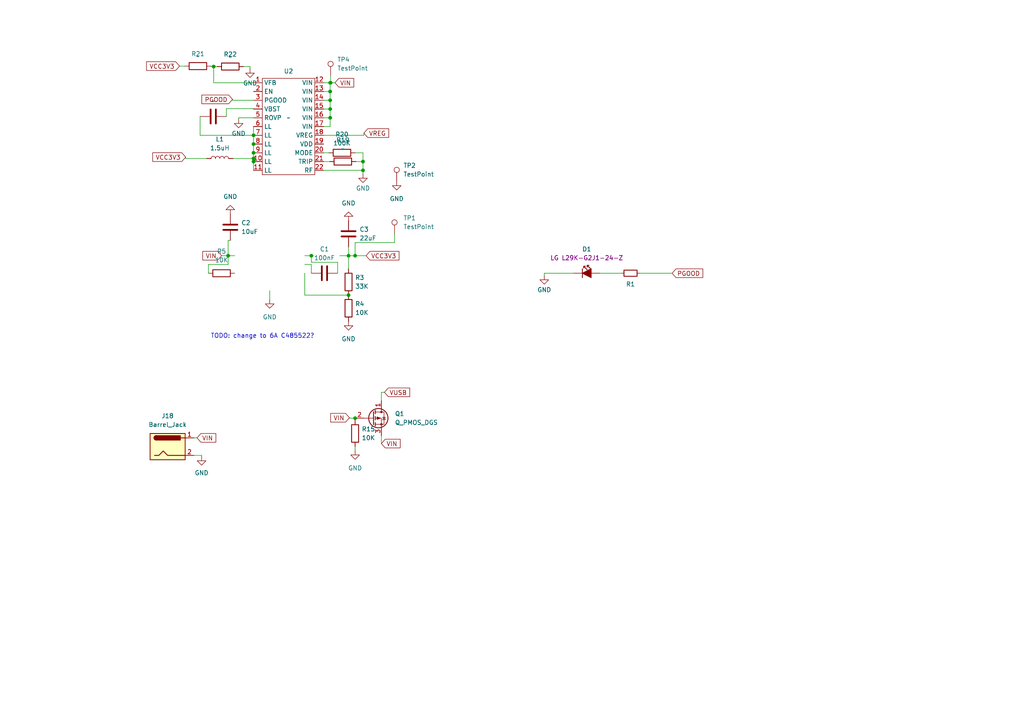
<source format=kicad_sch>
(kicad_sch (version 20230121) (generator eeschema)
  (paper "A4")
  (lib_symbols
    (symbol "Connector:Barrel_Jack" (pin_names (offset 1.016))
      (property "Reference" "J" (at 0 5.334 0))
      (property "Value" "Barrel_Jack" (at 0 -5.08 0))
      (symbol "Barrel_Jack_0_1"
        (rectangle (start -5.08 3.81) (end 5.08 -3.81) (stroke (width 0.254)) (fill (type background)))
        (arc (start -3.302 3.175) (mid -3.9343 2.54) (end -3.302 1.905) (stroke (width 0.254)))
        (arc (start -3.302 3.175) (mid -3.9343 2.54) (end -3.302 1.905) (stroke (width 0.254)) (fill (type outline)))
        (polyline (pts (xy 5.08 2.54) (xy 3.81 2.54)) (stroke (width 0.254)))
        (polyline (pts (xy -3.81 -2.54) (xy -2.54 -2.54) (xy -1.27 -1.27) (xy 0 -2.54) (xy 2.54 -2.54) (xy 5.08 -2.54)) (stroke (width 0.254)))
        (rectangle (start 3.683 3.175) (end -3.302 1.905) (stroke (width 0.254)) (fill (type outline)))
      )
      (symbol "Barrel_Jack_1_1"
        (pin passive line (at 7.62 2.54 180) (length 2.54) (name "~") (number "1"))
        (pin passive line (at 7.62 -2.54 180) (length 2.54) (name "~") (number "2"))
      )
    )
    (symbol "Connector:TestPoint" (pin_numbers hide) (pin_names (offset 0.762) hide)
      (property "Reference" "TP" (at 0 6.858 0))
      (property "Value" "TestPoint" (at 0 5.08 0))
      (symbol "TestPoint_0_1"
        (circle (center 0 3.302) (radius 0.762))
      )
      (symbol "TestPoint_1_1"
        (pin passive line (at 0 0 90) (length 2.54) (name "1") (number "1"))
      )
    )
    (symbol "Device:C" (pin_numbers hide) (pin_names (offset 0.254))
      (property "Reference" "C" (at 0.635 2.54 0))
      (property "Value" "C" (at 0.635 -2.54 0))
      (symbol "C_0_1"
        (polyline (pts (xy -2.032 -0.762) (xy 2.032 -0.762)) (stroke (width 0.508)))
        (polyline (pts (xy -2.032 0.762) (xy 2.032 0.762)) (stroke (width 0.508)))
      )
      (symbol "C_1_1"
        (pin passive line (at 0 3.81 270) (length 2.794) (name "~") (number "1"))
        (pin passive line (at 0 -3.81 90) (length 2.794) (name "~") (number "2"))
      )
    )
    (symbol "Device:L" (pin_numbers hide) (pin_names (offset 1.016) hide)
      (property "Reference" "L" (at -1.27 0 90))
      (property "Value" "L" (at 1.905 0 90))
      (symbol "L_0_1"
        (arc (start 0 -2.54) (mid 0.6323 -1.905) (end 0 -1.27))
        (arc (start 0 -1.27) (mid 0.6323 -0.635) (end 0 0))
        (arc (start 0 0) (mid 0.6323 0.635) (end 0 1.27))
        (arc (start 0 1.27) (mid 0.6323 1.905) (end 0 2.54))
      )
      (symbol "L_1_1"
        (pin passive line (at 0 3.81 270) (length 1.27) (name "1") (number "1"))
        (pin passive line (at 0 -3.81 90) (length 1.27) (name "2") (number "2"))
      )
    )
    (symbol "Device:Q_PMOS_DGS" (pin_names (offset 0) hide)
      (property "Reference" "Q" (at 5.08 1.27 0))
      (property "Value" "Q_PMOS_DGS" (at 5.08 -1.27 0))
      (symbol "Q_PMOS_DGS_0_1"
        (polyline (pts (xy 0.254 0) (xy -2.54 0)))
        (polyline (pts (xy 0.254 1.905) (xy 0.254 -1.905)) (stroke (width 0.254)))
        (polyline (pts (xy 0.762 -1.27) (xy 0.762 -2.286)) (stroke (width 0.254)))
        (polyline (pts (xy 0.762 0.508) (xy 0.762 -0.508)) (stroke (width 0.254)))
        (polyline (pts (xy 0.762 2.286) (xy 0.762 1.27)) (stroke (width 0.254)))
        (polyline (pts (xy 2.54 2.54) (xy 2.54 1.778)))
        (polyline (pts (xy 2.54 -2.54) (xy 2.54 0) (xy 0.762 0)))
        (polyline (pts (xy 0.762 1.778) (xy 3.302 1.778) (xy 3.302 -1.778) (xy 0.762 -1.778)))
        (polyline (pts (xy 2.286 0) (xy 1.27 0.381) (xy 1.27 -0.381) (xy 2.286 0)) (fill (type outline)))
        (polyline (pts (xy 2.794 -0.508) (xy 2.921 -0.381) (xy 3.683 -0.381) (xy 3.81 -0.254)))
        (polyline (pts (xy 3.302 -0.381) (xy 2.921 0.254) (xy 3.683 0.254) (xy 3.302 -0.381)))
        (circle (center 1.651 0) (radius 2.794) (stroke (width 0.254)))
        (circle (center 2.54 -1.778) (radius 0.254) (fill (type outline)))
        (circle (center 2.54 1.778) (radius 0.254) (fill (type outline)))
      )
      (symbol "Q_PMOS_DGS_1_1"
        (pin passive line (at 2.54 5.08 270) (length 2.54) (name "D") (number "1"))
        (pin input line (at -5.08 0 0) (length 2.54) (name "G") (number "2"))
        (pin passive line (at 2.54 -5.08 90) (length 2.54) (name "S") (number "3"))
      )
    )
    (symbol "Device:R" (pin_numbers hide) (pin_names (offset 0))
      (property "Reference" "R" (at 2.032 0 90))
      (property "Value" "R" (at 0 0 90))
      (symbol "R_0_1"
        (rectangle (start -1.016 -2.54) (end 1.016 2.54) (stroke (width 0.254)))
      )
      (symbol "R_1_1"
        (pin passive line (at 0 3.81 270) (length 1.27) (name "~") (number "1"))
        (pin passive line (at 0 -3.81 90) (length 1.27) (name "~") (number "2"))
      )
    )
    (symbol "LED_G_0603_LG_L29K-G2J1-24-Z_3" (pin_numbers hide) (pin_names hide)
      (property "Reference" "D" (at 22.86 -5.08 0))
      (property "Value" "LED_G_0603_LG_L29K-G2J1-24-Z_3" (at 22.86 -7.62 0))
      (symbol "LED_G_0603_LG_L29K-G2J1-24-Z_3_1_1"
        (polyline (pts (xy 5.08 1.27) (xy 5.08 -1.27)) (stroke (width 0.254)))
        (polyline (pts (xy 2.54 1.27) (xy 2.54 -1.27) (xy 5.08 0) (xy 2.54 1.27)) (stroke (width 0.254)) (fill (type outline)))
        (polyline (pts (xy 3.683 2.286) (xy 3.683 1.778) (xy 3.683 2.286) (xy 3.175 2.286) (xy 3.683 2.286) (xy 2.794 1.397)) (stroke (width 0.254)))
        (polyline (pts (xy 4.699 2.032) (xy 4.699 1.524) (xy 4.699 2.032) (xy 4.191 2.032) (xy 4.699 2.032) (xy 3.683 1.016)) (stroke (width 0.254)))
        (pin passive line (at 0 0 0) (length 2.54) (name "~") (number "1"))
        (pin passive line (at 7.62 0 180) (length 2.54) (name "2") (number "2"))
      )
    )
    (symbol "R_1k_0402_3" (pin_numbers hide) (pin_names hide)
      (property "Reference" "R" (at 20.32 -5.08 0))
      (property "Val" "1k" (at 20.32 -7.62 0))
      (symbol "R_1k_0402_3_0_1"
        (rectangle (start 0.635 0.889) (end 4.445 -0.889) (stroke (width 0.254)))
      )
      (symbol "R_1k_0402_3_1_1"
        (pin passive line (at 0 0 0) (length 0.635) (name "~") (number "1"))
        (pin passive line (at 5.08 0 180) (length 0.635) (name "~") (number "2"))
      )
    )
    (symbol "nf_dock:TPS5331x"
      (property "Reference" "U" (at 0 0 0))
      (symbol "TPS5331x_0_1"
        (rectangle (start -7.62 11.43) (end 7.62 -16.51))
      )
      (symbol "TPS5331x_1_1"
        (pin input line (at -10.16 10.16 0) (length 2.54) (name "VFB") (number "1"))
        (pin input line (at -10.16 -12.7 0) (length 2.54) (name "LL") (number "10"))
        (pin input line (at -10.16 -15.24 0) (length 2.54) (name "LL") (number "11"))
        (pin input line (at 10.16 10.16 180) (length 2.54) (name "VIN") (number "12"))
        (pin input line (at 10.16 7.62 180) (length 2.54) (name "VIN") (number "13"))
        (pin input line (at 10.16 5.08 180) (length 2.54) (name "VIN") (number "14"))
        (pin input line (at 10.16 2.54 180) (length 2.54) (name "VIN") (number "15"))
        (pin input line (at 10.16 0 180) (length 2.54) (name "VIN") (number "16"))
        (pin input line (at 10.16 -2.54 180) (length 2.54) (name "VIN") (number "17"))
        (pin input line (at 10.16 -5.08 180) (length 2.54) (name "VREG") (number "18"))
        (pin input line (at 10.16 -7.62 180) (length 2.54) (name "VDD") (number "19"))
        (pin input line (at -10.16 7.62 0) (length 2.54) (name "EN") (number "2"))
        (pin input line (at 10.16 -10.16 180) (length 2.54) (name "MODE") (number "20"))
        (pin input line (at 10.16 -12.7 180) (length 2.54) (name "TRIP") (number "21"))
        (pin input line (at 10.16 -15.24 180) (length 2.54) (name "RF") (number "22"))
        (pin input line (at -10.16 5.08 0) (length 2.54) (name "PGOOD") (number "3"))
        (pin input line (at -10.16 2.54 0) (length 2.54) (name "VBST") (number "4"))
        (pin input line (at -10.16 0 0) (length 2.54) (name "ROVP") (number "5"))
        (pin input line (at -10.16 -2.54 0) (length 2.54) (name "LL") (number "6"))
        (pin input line (at -10.16 -5.08 0) (length 2.54) (name "LL") (number "7"))
        (pin input line (at -10.16 -7.62 0) (length 2.54) (name "LL") (number "8"))
        (pin input line (at -10.16 -10.16 0) (length 2.54) (name "LL") (number "9"))
      )
    )
    (symbol "power:GND" (power) (pin_names (offset 0))
      (property "Value" "GND" (at 0 -3.81 0))
      (symbol "GND_0_1"
        (polyline (pts (xy 0 0) (xy 0 -1.27) (xy 1.27 -1.27) (xy 0 -2.54) (xy -1.27 -1.27) (xy 0 -1.27)))
      )
      (symbol "GND_1_1"
        (pin power_in line (at 0 0 270) (length 0) hide (name "GND") (number "1"))
      )
    )
  )
  (junction (at 105.283 49.403))
  (junction (at 61.976 19.304))
  (junction (at 95.758 34.163))
  (junction (at 101.092 85.598))
  (junction (at 73.533 44.323))
  (junction (at 73.533 41.783))
  (junction (at 102.997 74.168))
  (junction (at 102.997 121.285))
  (junction (at 73.533 46.863))
  (junction (at 101.092 74.168))
  (junction (at 95.758 31.623))
  (junction (at 90.297 74.168))
  (junction (at 95.758 29.083))
  (junction (at 105.283 46.863))
  (junction (at 95.758 24.003))
  (junction (at 95.758 26.543))
  (junction (at 66.167 74.168))
  (junction (at 95.885 24.003))
  (junction (at 73.533 45.974))
  (junction (at 73.533 39.243))
  (wire (pts (xy 101.346 121.285) (xy 101.346 121.158)))
  (wire (pts (xy 93.853 24.003) (xy 95.758 24.003)))
  (wire (pts (xy 78.232 84.328) (xy 78.232 86.868)))
  (wire (pts (xy 88.392 76.708) (xy 90.297 76.708)))
  (wire (pts (xy 114.427 70.358) (xy 114.427 67.818)))
  (wire (pts (xy 102.997 44.323) (xy 105.283 44.323)))
  (wire (pts (xy 58.039 39.243) (xy 73.533 39.243)))
  (wire (pts (xy 59.944 45.974) (xy 53.848 45.974)))
  (wire (pts (xy 102.997 74.168) (xy 106.172 74.168)))
  (wire (pts (xy 93.853 26.543) (xy 95.758 26.543)))
  (wire (pts (xy 95.758 31.623) (xy 95.758 34.163)))
  (wire (pts (xy 110.617 113.792) (xy 110.617 116.205)))
  (wire (pts (xy 58.4708 132.08) (xy 58.4708 132.3848)))
  (wire (pts (xy 102.997 70.358) (xy 114.427 70.358)))
  (wire (pts (xy 95.758 36.703) (xy 93.853 36.703)))
  (wire (pts (xy 102.997 74.168) (xy 102.997 70.358)))
  (wire (pts (xy 105.283 49.403) (xy 105.283 50.419)))
  (wire (pts (xy 73.533 45.974) (xy 73.533 44.323)))
  (wire (pts (xy 73.533 39.243) (xy 73.533 41.783)))
  (wire (pts (xy 73.533 46.863) (xy 73.533 49.403)))
  (wire (pts (xy 88.392 85.598) (xy 88.392 79.248)))
  (wire (pts (xy 180.34 79.248) (xy 173.99 79.248)))
  (wire (pts (xy 93.853 31.623) (xy 95.758 31.623)))
  (wire (pts (xy 101.092 74.168) (xy 102.997 74.168)))
  (wire (pts (xy 73.533 41.783) (xy 73.533 44.323)))
  (wire (pts (xy 70.612 19.304) (xy 72.517 19.304)))
  (wire (pts (xy 98.552 74.168) (xy 101.092 74.168)))
  (wire (pts (xy 90.297 74.168) (xy 90.297 76.073)))
  (wire (pts (xy 101.092 74.168) (xy 101.092 77.978)))
  (wire (pts (xy 93.853 29.083) (xy 95.758 29.083)))
  (wire (pts (xy 56.2356 132.08) (xy 58.4708 132.08)))
  (wire (pts (xy 93.853 34.163) (xy 95.758 34.163)))
  (wire (pts (xy 95.885 21.844) (xy 95.885 24.003)))
  (wire (pts (xy 101.092 71.628) (xy 101.092 74.168)))
  (wire (pts (xy 157.861 79.248) (xy 157.861 79.883)))
  (wire (pts (xy 53.848 45.974) (xy 53.848 45.5676)))
  (wire (pts (xy 65.659 31.496) (xy 65.659 33.782)))
  (wire (pts (xy 73.533 36.703) (xy 73.533 39.243)))
  (wire (pts (xy 185.42 79.248) (xy 194.945 79.248)))
  (wire (pts (xy 111.506 113.792) (xy 110.617 113.792)))
  (wire (pts (xy 67.564 45.974) (xy 73.533 45.974)))
  (wire (pts (xy 66.167 69.723) (xy 66.802 69.723)))
  (wire (pts (xy 95.758 29.083) (xy 95.758 31.623)))
  (wire (pts (xy 62.992 19.304) (xy 61.976 19.304)))
  (wire (pts (xy 90.297 76.073) (xy 97.917 76.073)))
  (wire (pts (xy 72.517 19.304) (xy 72.517 19.939)))
  (wire (pts (xy 95.758 26.543) (xy 95.758 29.083)))
  (wire (pts (xy 93.853 44.323) (xy 95.377 44.323)))
  (wire (pts (xy 95.758 24.003) (xy 95.758 26.543)))
  (wire (pts (xy 90.297 74.168) (xy 90.932 74.168)))
  (wire (pts (xy 73.533 29.083) (xy 67.437 29.083)))
  (wire (pts (xy 65.659 31.496) (xy 73.533 31.496)))
  (wire (pts (xy 64.262 74.168) (xy 66.167 74.168)))
  (wire (pts (xy 103.251 46.863) (xy 105.283 46.863)))
  (wire (pts (xy 66.167 74.168) (xy 68.072 74.168)))
  (wire (pts (xy 67.437 29.083) (xy 67.437 28.829)))
  (wire (pts (xy 90.297 76.708) (xy 90.297 79.248)))
  (wire (pts (xy 69.215 34.163) (xy 69.215 34.544)))
  (wire (pts (xy 56.2356 127) (xy 57.15 127)))
  (wire (pts (xy 66.167 69.723) (xy 66.167 74.168)))
  (wire (pts (xy 102.997 129.54) (xy 102.997 130.683)))
  (wire (pts (xy 52.07 19.177) (xy 53.594 19.177)))
  (wire (pts (xy 101.092 85.598) (xy 88.392 85.598)))
  (wire (pts (xy 66.167 76.708) (xy 66.167 74.168)))
  (wire (pts (xy 61.976 19.304) (xy 61.214 19.304)))
  (wire (pts (xy 93.853 49.403) (xy 105.283 49.403)))
  (wire (pts (xy 102.997 121.285) (xy 101.346 121.285)))
  (wire (pts (xy 105.283 44.323) (xy 105.283 46.863)))
  (wire (pts (xy 58.039 33.782) (xy 58.039 39.243)))
  (wire (pts (xy 157.861 79.248) (xy 166.37 79.248)))
  (wire (pts (xy 60.452 76.708) (xy 66.167 76.708)))
  (wire (pts (xy 93.853 39.243) (xy 105.537 39.243)))
  (wire (pts (xy 61.976 19.304) (xy 61.976 24.003)))
  (wire (pts (xy 73.533 31.496) (xy 73.533 31.623)))
  (wire (pts (xy 61.214 19.304) (xy 61.214 19.177)))
  (wire (pts (xy 102.997 121.285) (xy 102.997 121.92)))
  (wire (pts (xy 95.885 24.003) (xy 97.155 24.003)))
  (wire (pts (xy 60.452 79.248) (xy 60.452 76.708)))
  (wire (pts (xy 73.533 34.163) (xy 69.215 34.163)))
  (wire (pts (xy 61.976 24.003) (xy 73.533 24.003)))
  (wire (pts (xy 110.617 126.365) (xy 110.617 128.651)))
  (wire (pts (xy 105.537 39.243) (xy 105.537 38.608)))
  (wire (pts (xy 97.917 76.073) (xy 97.917 79.248)))
  (wire (pts (xy 88.392 74.168) (xy 90.297 74.168)))
  (wire (pts (xy 105.283 46.863) (xy 105.283 49.403)))
  (wire (pts (xy 95.758 34.163) (xy 95.758 36.703)))
  (wire (pts (xy 73.533 45.974) (xy 73.533 46.863)))
  (wire (pts (xy 95.758 24.003) (xy 95.885 24.003)))
  (wire (pts (xy 93.853 46.863) (xy 95.631 46.863)))
  (text "TODO: change to 6A C485522?" (at 61.087 98.298 0) (effects (font (size 1.27 1.27)) (justify left bottom)))
  (global_label "VIN" (shape input) (at 57.15 127 0) (property "Intersheetrefs" "${INTERSHEET_REFS}" (effects hide)))
  (global_label "PGOOD" (shape input) (at 67.437 28.829 180) (property "Intersheetrefs" "${INTERSHEET_REFS}" (effects hide)))
  (global_label "VCC3V3" (shape input) (at 52.07 19.177 180) (property "Intersheetrefs" "${INTERSHEET_REFS}" (effects hide)))
  (global_label "VCC3V3" (shape input) (at 106.172 74.168 0) (property "Intersheetrefs" "${INTERSHEET_REFS}" (effects hide)))
  (global_label "VIN" (shape input) (at 101.346 121.158 180) (property "Intersheetrefs" "${INTERSHEET_REFS}" (effects hide)))
  (global_label "VREG" (shape input) (at 105.537 38.608 0) (property "Intersheetrefs" "${INTERSHEET_REFS}" (effects hide)))
  (global_label "VCC3V3" (shape input) (at 53.848 45.5676 180) (property "Intersheetrefs" "${INTERSHEET_REFS}" (effects hide)))
  (global_label "VUSB" (shape input) (at 111.506 113.792 0) (property "Intersheetrefs" "${INTERSHEET_REFS}" (effects hide)))
  (global_label "VIN" (shape input) (at 64.262 74.168 180) (property "Intersheetrefs" "${INTERSHEET_REFS}" (effects hide)))
  (global_label "VIN" (shape input) (at 110.617 128.651 0) (property "Intersheetrefs" "${INTERSHEET_REFS}" (effects hide)))
  (global_label "PGOOD" (shape input) (at 194.945 79.248 0) (property "Intersheetrefs" "${INTERSHEET_REFS}" (effects hide)))
  (global_label "VIN" (shape input) (at 97.155 24.003 0) (property "Intersheetrefs" "${INTERSHEET_REFS}" (effects hide)))
  (symbol (lib_id "Device:R") (at 102.997 125.73 0) (unit 1)
    (property "Reference" "R15" (at 104.902 124.46 0) (effects (justify left)))
    (property "Value" "10K" (at 104.902 127 0) (effects (justify left)))
    (property "Footprint" "Resistor_SMD:R_0402_1005Metric" (effects hide))
    (property "LCSC" "C25744" (effects hide))
  )
  (symbol (lib_id "Connector:Barrel_Jack") (at 48.6156 129.54 0) (unit 1)
    (property "Reference" "J18" (at 48.6156 120.6246 0))
    (property "Value" "Barrel_Jack" (at 48.6156 123.1646 0))
    (property "Footprint" "nf_dock:dc_conn" (effects hide))
    (property "LCSC" "C19189083" (effects hide))
  )
  (symbol (lib_id "Device:R") (at 99.187 44.323 90) (unit 1)
    (property "Reference" "R20" (at 99.187 38.989 90))
    (property "Value" "100K" (at 99.187 41.529 90))
    (property "Footprint" "Resistor_SMD:R_0402_1005Metric" (effects hide))
  )
  (symbol (lib_id "Device:C") (at 101.092 67.818 180) (unit 1)
    (property "Reference" "C3" (at 104.267 66.548 0) (effects (justify right)))
    (property "Value" "22uF" (at 104.267 69.088 0) (effects (justify right)))
    (property "Footprint" "Capacitor_SMD:C_0603_1608Metric" (effects hide))
    (property "LCSC" "C59461" (effects hide))
  )
  (symbol (lib_id "Connector:TestPoint") (at 95.885 21.844 0) (unit 1)
    (property "Reference" "TP4" (at 97.79 17.272 0) (effects (justify left)))
    (property "Value" "TestPoint" (at 97.79 19.812 0) (effects (justify left)))
    (property "Footprint" "TestPoint:TestPoint_Pad_D1.0mm" (effects hide))
  )
  (symbol (lib_id "Device:L") (at 63.754 45.974 90) (unit 1)
    (property "Reference" "L1" (at 63.754 40.386 90))
    (property "Value" "1.5uH" (at 63.754 42.926 90))
    (property "Footprint" "nf_dock:pwr_inductor_10040" (effects hide))
    (property "LCSC" "C280566" (effects hide))
  )
  (symbol (lib_id "power:GND") (at 105.283 50.419 0) (unit 1)
    (property "Reference" "#PWR035" (effects hide))
    (property "Value" "GND" (at 105.283 54.61 0))
  )
  (symbol (lib_id "power:GND") (at 101.092 64.008 180) (unit 1)
    (property "Reference" "#PWR04" (effects hide))
    (property "Value" "GND" (at 101.092 58.928 0))
  )
  (symbol (lib_id "Device:R") (at 64.262 79.248 90) (unit 1)
    (property "Reference" "R5" (at 64.262 72.898 90))
    (property "Value" "10K" (at 64.262 75.438 90))
    (property "Footprint" "Resistor_SMD:R_0402_1005Metric" (effects hide))
    (property "LCSC" "C25744" (effects hide))
  )
  (symbol (lib_id "power:GND") (at 157.861 79.883 0) (unit 1)
    (property "Reference" "#PWR072" (effects hide))
    (property "Value" "GND" (at 157.861 84.074 0))
  )
  (symbol (lib_id "power:GND") (at 66.802 62.103 180) (unit 1)
    (property "Reference" "#PWR03" (effects hide))
    (property "Value" "GND" (at 66.802 57.023 0))
  )
  (symbol (lib_id "power:GND") (at 102.997 130.683 0) (unit 1)
    (property "Reference" "#PWR048" (effects hide))
    (property "Value" "GND" (at 102.997 135.763 0))
  )
  (symbol (lib_name "R_1k_0402_3") (lib_id "antmicroResistors0402:R_1k_0402") (at 185.42 79.248 180) (unit 1)
    (property "Reference" "R1" (at 182.88 82.423 0))
    (property "Value" "330R" (effects hide))
    (property "Footprint" "Resistor_SMD:R_0402_1005Metric" (effects hide))
    (property "Datasheet" "https://www.bourns.com/docs/product-datasheets/cr.pdf" (effects hide))
    (property "Manufacturer" "Bourns" (effects hide))
    (property "MPN" "CR0402-FX-1001GLF" (effects hide))
    (property "License" "Apache-2.0" (effects hide))
    (property "Author" "Antmicro" (effects hide))
    (property "Tolerance" "1%" (effects hide))
    (property "LCSC" "C25104" (effects hide))
  )
  (symbol (lib_id "Device:R") (at 66.802 19.304 90) (unit 1)
    (property "Reference" "R22" (at 66.802 15.748 90))
    (property "Value" "~" (at 66.802 16.51 90))
    (property "Footprint" "Resistor_SMD:R_0402_1005Metric" (effects hide))
  )
  (symbol (lib_id "Device:Q_PMOS_DGS") (at 108.077 121.285 0) (unit 1)
    (property "Reference" "Q1" (at 114.5286 120.015 0) (effects (justify left)))
    (property "Value" "Q_PMOS_DGS" (at 114.5286 122.555 0) (effects (justify left)))
    (property "Footprint" "Package_TO_SOT_SMD:SOT-23" (effects hide))
    (property "LCSC" "C10487" (effects hide))
  )
  (symbol (lib_id "Device:R") (at 101.092 81.788 0) (unit 1)
    (property "Reference" "R3" (at 102.997 80.518 0) (effects (justify left)))
    (property "Value" "33K" (at 102.997 83.058 0) (effects (justify left)))
    (property "Footprint" "Resistor_SMD:R_0402_1005Metric" (effects hide))
    (property "LCSC" "C25779" (effects hide))
  )
  (symbol (lib_id "nf_dock:TPS5331x") (at 83.693 34.163 0) (unit 1)
    (property "Reference" "U2" (at 83.693 20.6502 0))
    (property "Value" "~" (at 83.693 34.163 0))
    (property "Footprint" "nf_dock:CONV_TPS53318DQPR" (effects hide))
    (property "LCSC" "C181971" (effects hide))
  )
  (symbol (lib_id "power:GND") (at 115.062 52.578 0) (unit 1)
    (property "Reference" "#PWR05" (effects hide))
    (property "Value" "GND" (at 115.062 57.658 0))
  )
  (symbol (lib_id "Device:R") (at 99.441 46.863 90) (unit 1)
    (property "Reference" "R19" (at 99.441 40.64 90))
    (property "Value" "~" (at 99.441 43.18 90))
    (property "Footprint" "Resistor_SMD:R_0402_1005Metric" (effects hide))
  )
  (symbol (lib_id "Device:R") (at 101.092 89.408 0) (unit 1)
    (property "Reference" "R4" (at 102.997 88.138 0) (effects (justify left)))
    (property "Value" "10K" (at 102.997 90.678 0) (effects (justify left)))
    (property "Footprint" "Resistor_SMD:R_0402_1005Metric" (effects hide))
    (property "LCSC" "C25744" (effects hide))
  )
  (symbol (lib_name "LED_G_0603_LG_L29K-G2J1-24-Z_3") (lib_id "antmicroLEDIndicationDiscrete:LED_G_0603_LG_L29K-G2J1-24-Z") (at 173.99 79.248 0) (mirror y) (unit 1)
    (property "Reference" "D1" (at 170.18 72.263 0))
    (property "Value" "LED_G_0603_LG_L29K-G2J1-24-Z" (effects hide))
    (property "Footprint" "LED_SMD:LED_0805_2012Metric" (effects hide))
    (property "Datasheet" "https://dammedia.osram.info/media/resource/hires/osram-dam-2493945/LG%20L29K.pdf" (effects hide))
    (property "MPN" "LG L29K-G2J1-24-Z" (at 170.18 74.803 0))
    (property "Manufacturer" "Osram" (effects hide))
    (property "Author" "Antmicro" (effects hide))
    (property "License" "Apache-2.0" (effects hide))
    (property "LCSC" "C34499" (effects hide))
  )
  (symbol (lib_id "Device:C") (at 66.802 65.913 180) (unit 1)
    (property "Reference" "C2" (at 69.977 64.643 0) (effects (justify right)))
    (property "Value" "10uF" (at 69.977 67.183 0) (effects (justify right)))
    (property "Footprint" "Capacitor_SMD:C_0603_1608Metric" (effects hide))
    (property "LCSC" "C19702" (effects hide))
  )
  (symbol (lib_id "Device:R") (at 57.404 19.177 90) (unit 1)
    (property "Reference" "R21" (at 57.404 15.621 90))
    (property "Value" "~" (at 57.404 16.383 90))
    (property "Footprint" "Resistor_SMD:R_0402_1005Metric" (effects hide))
  )
  (symbol (lib_id "Device:C") (at 61.849 33.782 90) (unit 1)
    (property "Reference" "C5" (effects hide))
    (property "Value" "~" (at 61.849 29.337 90))
    (property "Footprint" "Capacitor_SMD:C_0402_1005Metric" (effects hide))
    (property "LCSC" "C1525" (effects hide))
  )
  (symbol (lib_id "Connector:TestPoint") (at 114.427 67.818 0) (unit 1)
    (property "Reference" "TP1" (at 116.967 63.246 0) (effects (justify left)))
    (property "Value" "TestPoint" (at 116.967 65.786 0) (effects (justify left)))
    (property "Footprint" "TestPoint:TestPoint_Pad_D1.0mm" (effects hide))
  )
  (symbol (lib_id "power:GND") (at 69.215 34.544 0) (unit 1)
    (property "Reference" "#PWR037" (effects hide))
    (property "Value" "GND" (at 69.215 38.735 0))
  )
  (symbol (lib_id "power:GND") (at 78.232 86.868 0) (unit 1)
    (property "Reference" "#PWR01" (effects hide))
    (property "Value" "GND" (at 78.232 91.948 0))
  )
  (symbol (lib_id "power:GND") (at 101.092 93.218 0) (unit 1)
    (property "Reference" "#PWR02" (effects hide))
    (property "Value" "GND" (at 101.092 98.298 0))
  )
  (symbol (lib_id "power:GND") (at 58.4708 132.3848 0) (unit 1)
    (property "Reference" "#PWR034" (effects hide))
    (property "Value" "GND" (at 58.4708 137.16 0))
  )
  (symbol (lib_id "Device:C") (at 94.107 79.248 90) (unit 1)
    (property "Reference" "C1" (at 94.107 72.263 90))
    (property "Value" "100nF" (at 94.107 74.803 90))
    (property "Footprint" "Capacitor_SMD:C_0402_1005Metric" (effects hide))
    (property "LCSC" "C1525" (effects hide))
  )
  (symbol (lib_id "Connector:TestPoint") (at 115.062 52.578 0) (unit 1)
    (property "Reference" "TP2" (at 116.967 48.006 0) (effects (justify left)))
    (property "Value" "TestPoint" (at 116.967 50.546 0) (effects (justify left)))
    (property "Footprint" "TestPoint:TestPoint_Pad_D1.0mm" (effects hide))
  )
  (symbol (lib_id "power:GND") (at 72.517 19.939 0) (unit 1)
    (property "Reference" "#PWR036" (effects hide))
    (property "Value" "GND" (at 72.517 24.13 0))
  )
)
</source>
